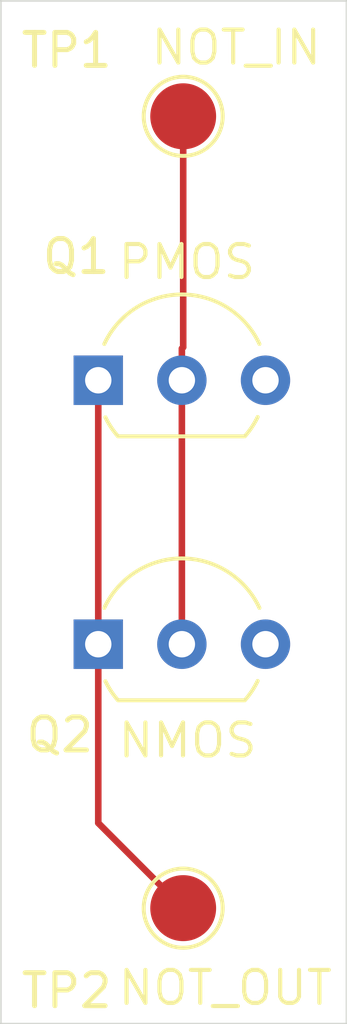
<source format=kicad_pcb>
(kicad_pcb (version 20241229) (generator "pcbnew") (generator_version "9.0")
  (layers (0 "F.Cu" signal) (2 "B.Cu" signal) (13 "F.Paste" user) (15 "B.Paste" user) (5 "F.SilkS" user "F.Silkscreen") (7 "B.SilkS" user "B.Silkscreen") (1 "F.Mask" user) (3 "B.Mask" user) (25 "Edge.Cuts" user))
  (net 0 "")
  (net 1 "VCC")
  (net 2 "/NOT_IN")
  (net 3 "GND")
  (net 4 "/NOT_OUT")
  (footprint "Package_TO_SOT_THT:TO-92L_Inline_Wide" (layer "F.Cu") (at 117.46 71)
    (property "Reference" "Q2" (at -1.17 2.75 0) (layer "F.SilkS"))
    (property "Value" "NMOS")
    (fp_line (start 0.6 1.7) (end 4.45 1.7) (stroke (width 0.12)) (layer "F.SilkS"))
    (fp_arc (start 0.1836 -1.098807) (mid 1.143021 -2.192817) (end 2.54 -2.6) (stroke (width 0.12)) (layer "F.SilkS"))
    (fp_arc (start 0.6 1.7) (mid 0.389183 1.423933) (end 0.217369 1.122045) (stroke (width 0.12)) (layer "F.SilkS"))
    (fp_arc (start 2.54 -2.6) (mid 3.936979 -2.192818) (end 4.8964 -1.098807) (stroke (width 0.12)) (layer "F.SilkS"))
    (fp_arc (start 4.842383 1.112264) (mid 4.666594 1.419753) (end 4.45 1.7) (stroke (width 0.12)) (layer "F.SilkS"))
    (pad "1" thru_hole rect (at 0 0) (size 1.5 1.5) (drill 0.8) (layers "*.Cu" "*.Mask") (net 4 "/NOT_OUT"))
    (pad "2" thru_hole circle (at 2.54 0) (size 1.5 1.5) (drill 0.8) (layers "*.Cu" "*.Mask") (net 2 "/NOT_IN"))
    (pad "3" thru_hole circle (at 5.08 0) (size 1.5 1.5) (drill 0.8) (layers "*.Cu" "*.Mask") (net 3 "GND"))
  )
  (footprint "TestPoint:TestPoint_Pad_D2.0mm" (layer "F.Cu") (at 120.04 79)
    (property "Reference" "TP2" (at -3.54 2.502 0) (layer "F.SilkS"))
    (property "Value" "NOT_OUT")
    (fp_circle (center 0 0) (end 0 1.2) (stroke (width 0.12)) (fill no) (layer "F.SilkS"))
    (pad "1" smd circle (at 0 0) (size 2 2) (layers "F.Cu" "F.Mask") (net 4 "/NOT_OUT"))
  )
  (footprint "TestPoint:TestPoint_Pad_D2.0mm" (layer "F.Cu") (at 120.04 55)
    (property "Reference" "TP1" (at -3.54 -1.998 0) (layer "F.SilkS"))
    (property "Value" "NOT_IN")
    (fp_circle (center 0 0) (end 0 1.2) (stroke (width 0.12)) (fill no) (layer "F.SilkS"))
    (pad "1" smd circle (at 0 0) (size 2 2) (layers "F.Cu" "F.Mask") (net 2 "/NOT_IN"))
  )
  (footprint "Package_TO_SOT_THT:TO-92L_Inline_Wide" (layer "F.Cu") (at 117.46 63)
    (property "Reference" "Q1" (at -0.67 -3.75 0) (layer "F.SilkS"))
    (property "Value" "PMOS")
    (fp_line (start 0.6 1.7) (end 4.45 1.7) (stroke (width 0.12)) (layer "F.SilkS"))
    (fp_arc (start 0.1836 -1.098807) (mid 1.143021 -2.192817) (end 2.54 -2.6) (stroke (width 0.12)) (layer "F.SilkS"))
    (fp_arc (start 0.6 1.7) (mid 0.389183 1.423933) (end 0.217369 1.122045) (stroke (width 0.12)) (layer "F.SilkS"))
    (fp_arc (start 2.54 -2.6) (mid 3.936979 -2.192818) (end 4.8964 -1.098807) (stroke (width 0.12)) (layer "F.SilkS"))
    (fp_arc (start 4.842383 1.112264) (mid 4.666594 1.419753) (end 4.45 1.7) (stroke (width 0.12)) (layer "F.SilkS"))
    (pad "1" thru_hole rect (at 0 0) (size 1.5 1.5) (drill 0.8) (layers "*.Cu" "*.Mask") (net 4 "/NOT_OUT"))
    (pad "2" thru_hole circle (at 2.54 0) (size 1.5 1.5) (drill 0.8) (layers "*.Cu" "*.Mask") (net 2 "/NOT_IN"))
    (pad "3" thru_hole circle (at 5.08 0) (size 1.5 1.5) (drill 0.8) (layers "*.Cu" "*.Mask") (net 1 "VCC"))
  )
  (gr_rect (start 114.5 51.5) (end 125 82.5) (stroke (width 0.05)) (fill no) (layer "Edge.Cuts"))
  (gr_text "NOT_OUT" (at 118 82 0) (layer "F.SilkS") (effects (font (size 1 1) (thickness 0.125)) (justify left bottom)))
  (gr_text "NOT_IN" (at 119 53.5 0) (layer "F.SilkS") (effects (font (size 1 1) (thickness 0.125)) (justify left bottom)))
  (gr_text "PMOS" (at 118 60 0) (layer "F.SilkS") (effects (font (size 1 1) (thickness 0.125)) (justify left bottom)))
  (gr_text "NMOS" (at 118 74.5 0) (layer "F.SilkS") (effects (font (size 1 1) (thickness 0.125)) (justify left bottom)))
  (segment (start 120 62.04) (end 120.04 62) (width 0.2) (layer "F.Cu") (net 2))
  (segment (start 120 63) (end 120 62.04) (width 0.2) (layer "F.Cu") (net 2))
  (segment (start 120 63) (end 120 71) (width 0.2) (layer "F.Cu") (net 2))
  (segment (start 120.04 62) (end 120.04 55) (width 0.2) (layer "F.Cu") (net 2))
  (segment (start 120.04 71.04) (end 120 71) (width 0.2) (layer "F.Cu") (net 2))
  (segment (start 117.46 76.42) (end 120.04 79) (width 0.2) (layer "F.Cu") (net 4))
  (segment (start 117.46 71) (end 117.46 76.42) (width 0.2) (layer "F.Cu") (net 4))
  (segment (start 117.46 63) (end 117.46 71) (width 0.2) (layer "F.Cu") (net 4))
)
</source>
